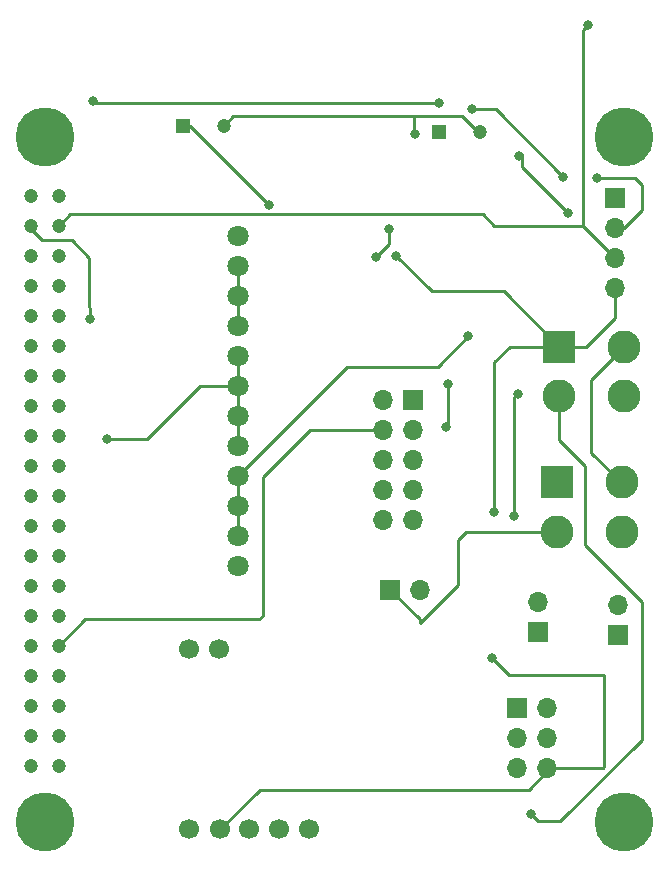
<source format=gbr>
%TF.GenerationSoftware,KiCad,Pcbnew,(5.1.10)-1*%
%TF.CreationDate,2022-03-11T11:42:31-05:00*%
%TF.ProjectId,PiShield,50695368-6965-46c6-942e-6b696361645f,rev?*%
%TF.SameCoordinates,Original*%
%TF.FileFunction,Copper,L1,Top*%
%TF.FilePolarity,Positive*%
%FSLAX46Y46*%
G04 Gerber Fmt 4.6, Leading zero omitted, Abs format (unit mm)*
G04 Created by KiCad (PCBNEW (5.1.10)-1) date 2022-03-11 11:42:31*
%MOMM*%
%LPD*%
G01*
G04 APERTURE LIST*
%TA.AperFunction,ComponentPad*%
%ADD10O,1.700000X1.700000*%
%TD*%
%TA.AperFunction,ComponentPad*%
%ADD11R,1.700000X1.700000*%
%TD*%
%TA.AperFunction,ComponentPad*%
%ADD12R,2.800000X2.800000*%
%TD*%
%TA.AperFunction,ComponentPad*%
%ADD13C,2.800000*%
%TD*%
%TA.AperFunction,ComponentPad*%
%ADD14C,1.700000*%
%TD*%
%TA.AperFunction,ComponentPad*%
%ADD15C,1.200000*%
%TD*%
%TA.AperFunction,ComponentPad*%
%ADD16C,5.000000*%
%TD*%
%TA.AperFunction,ComponentPad*%
%ADD17C,1.800000*%
%TD*%
%TA.AperFunction,ComponentPad*%
%ADD18R,1.200000X1.200000*%
%TD*%
%TA.AperFunction,ViaPad*%
%ADD19C,0.800000*%
%TD*%
%TA.AperFunction,Conductor*%
%ADD20C,0.250000*%
%TD*%
G04 APERTURE END LIST*
D10*
%TO.P,J1,4*%
%TO.N,/SCL_PI*%
X223000000Y-66120000D03*
%TO.P,J1,3*%
%TO.N,/SDA_PI*%
X223000000Y-63580000D03*
%TO.P,J1,2*%
%TO.N,/GLV_RTN*%
X223000000Y-61040000D03*
D11*
%TO.P,J1,1*%
%TO.N,/5V*%
X223000000Y-58500000D03*
%TD*%
D12*
%TO.P,J2,1*%
%TO.N,/SCL_PI*%
X218300000Y-71100000D03*
D13*
%TO.P,J2,2*%
%TO.N,/SDA_PI*%
X218300000Y-75300000D03*
%TO.P,J2,3*%
%TO.N,/GLV_RTN*%
X223800000Y-71100000D03*
%TO.P,J2,4*%
%TO.N,/24V*%
X223800000Y-75300000D03*
%TD*%
D14*
%TO.P,U10,4*%
%TO.N,/SCL_PI*%
X189601600Y-111940000D03*
%TO.P,U10,3*%
%TO.N,/GLV_RTN*%
X192040000Y-111940000D03*
%TO.P,U10,2*%
%TO.N,N/C*%
X194580000Y-111940000D03*
%TO.P,U10,1*%
%TO.N,/3V3*%
X197120000Y-111940000D03*
%TO.P,U10,5*%
%TO.N,/SDA_PI*%
X186960000Y-111940000D03*
%TO.P,U10,6*%
%TO.N,/GLV_RTN*%
X186960000Y-96700000D03*
%TO.P,U10,7*%
X189500000Y-96700000D03*
%TD*%
D11*
%TO.P,U11,1*%
%TO.N,N/C*%
X214700000Y-101700000D03*
D10*
%TO.P,U11,2*%
%TO.N,/3V3*%
X217240000Y-101700000D03*
%TO.P,U11,3*%
%TO.N,N/C*%
X214700000Y-104240000D03*
%TO.P,U11,4*%
%TO.N,/SDA_PI*%
X217240000Y-104240000D03*
%TO.P,U11,5*%
%TO.N,/GLV_RTN*%
X214700000Y-106780000D03*
%TO.P,U11,6*%
%TO.N,/SCL_PI*%
X217240000Y-106780000D03*
%TD*%
%TO.P,J7,2*%
%TO.N,Net-(J7-Pad2)*%
X206540000Y-91700000D03*
D11*
%TO.P,J7,1*%
%TO.N,/CAN_L*%
X204000000Y-91700000D03*
%TD*%
D15*
%TO.P,U1,32*%
%TO.N,N/C*%
X173573800Y-96408800D03*
%TO.P,U1,24*%
X173573800Y-86248800D03*
%TO.P,U1,19*%
X175935800Y-81168800D03*
%TO.P,U1,39*%
%TO.N,/GLV_RTN*%
X175935800Y-106568800D03*
%TO.P,U1,37*%
%TO.N,N/C*%
X175935800Y-104028800D03*
%TO.P,U1,28*%
X173573800Y-91328800D03*
%TO.P,U1,30*%
%TO.N,/GLV_RTN*%
X173573800Y-93868800D03*
%TO.P,U1,23*%
%TO.N,N/C*%
X175935800Y-86248800D03*
%TO.P,U1,22*%
X173573800Y-83708800D03*
%TO.P,U1,21*%
X175935800Y-83708800D03*
%TO.P,U1,20*%
%TO.N,/GLV_RTN*%
X173573800Y-81168800D03*
%TO.P,U1,40*%
%TO.N,N/C*%
X173573800Y-106568800D03*
%TO.P,U1,29*%
X175935800Y-93868800D03*
%TO.P,U1,35*%
X175935800Y-101488800D03*
%TO.P,U1,18*%
X173573800Y-78628800D03*
%TO.P,U1,27*%
X175935800Y-91328800D03*
%TO.P,U1,38*%
X173573800Y-104028800D03*
%TO.P,U1,34*%
%TO.N,/GLV_RTN*%
X173573800Y-98948800D03*
%TO.P,U1,33*%
%TO.N,N/C*%
X175935800Y-98948800D03*
%TO.P,U1,26*%
X173573800Y-88788800D03*
%TO.P,U1,31*%
%TO.N,/SR_CTRL*%
X175935800Y-96408800D03*
%TO.P,U1,36*%
%TO.N,N/C*%
X173573800Y-101488800D03*
%TO.P,U1,25*%
%TO.N,/GLV_RTN*%
X175935800Y-88788800D03*
%TO.P,U1,11*%
%TO.N,N/C*%
X175935800Y-71008800D03*
D16*
%TO.P,U1,44*%
X223795800Y-53320800D03*
D15*
%TO.P,U1,2*%
%TO.N,/5V*%
X173573800Y-58308800D03*
%TO.P,U1,4*%
X173573800Y-60848800D03*
%TO.P,U1,1*%
%TO.N,/3V3*%
X175935800Y-58308800D03*
%TO.P,U1,13*%
%TO.N,N/C*%
X175935800Y-73548800D03*
%TO.P,U1,9*%
%TO.N,/GLV_RTN*%
X175935800Y-68468800D03*
%TO.P,U1,14*%
X173573800Y-73548800D03*
D16*
%TO.P,U1,43*%
%TO.N,N/C*%
X223795800Y-111320800D03*
D15*
%TO.P,U1,17*%
X175935800Y-78628800D03*
D16*
%TO.P,U1,41*%
X174795800Y-111320800D03*
D15*
%TO.P,U1,6*%
%TO.N,/GLV_RTN*%
X173573800Y-63388800D03*
%TO.P,U1,7*%
%TO.N,N/C*%
X175935800Y-65928800D03*
%TO.P,U1,10*%
X173573800Y-68468800D03*
%TO.P,U1,8*%
X173573800Y-65928800D03*
D16*
%TO.P,U1,42*%
X174795800Y-53320800D03*
D15*
%TO.P,U1,12*%
X173573800Y-71008800D03*
%TO.P,U1,3*%
%TO.N,/SDA_PI*%
X175935800Y-60848800D03*
%TO.P,U1,5*%
%TO.N,/SCL_PI*%
X175935800Y-63388800D03*
%TO.P,U1,15*%
%TO.N,N/C*%
X175935800Y-76088800D03*
%TO.P,U1,16*%
X173573800Y-76088800D03*
%TD*%
D17*
%TO.P,PS1,12*%
%TO.N,N/C*%
X191100000Y-89640000D03*
%TO.P,PS1,11*%
%TO.N,/5V*%
X191100000Y-87100000D03*
%TO.P,PS1,10*%
X191100000Y-84560000D03*
%TO.P,PS1,9*%
X191100000Y-82020000D03*
%TO.P,PS1,8*%
%TO.N,Net-(C1-Pad1)*%
X191100000Y-79480000D03*
%TO.P,PS1,7*%
X191100000Y-76940000D03*
%TO.P,PS1,6*%
X191100000Y-74400000D03*
%TO.P,PS1,5*%
X191100000Y-71860000D03*
%TO.P,PS1,4*%
%TO.N,Net-(C3-Pad1)*%
X191100000Y-69320000D03*
%TO.P,PS1,3*%
X191100000Y-66780000D03*
%TO.P,PS1,2*%
X191100000Y-64240000D03*
%TO.P,PS1,1*%
%TO.N,N/C*%
X191100000Y-61700000D03*
%TD*%
D10*
%TO.P,J6,2*%
%TO.N,N/C*%
X223300000Y-92960000D03*
D11*
%TO.P,J6,1*%
X223300000Y-95500000D03*
%TD*%
D10*
%TO.P,J5,10*%
%TO.N,N/C*%
X203360000Y-85760000D03*
%TO.P,J5,9*%
X205900000Y-85760000D03*
%TO.P,J5,8*%
X203360000Y-83220000D03*
%TO.P,J5,7*%
X205900000Y-83220000D03*
%TO.P,J5,6*%
X203360000Y-80680000D03*
%TO.P,J5,5*%
X205900000Y-80680000D03*
%TO.P,J5,4*%
%TO.N,/SR_CTRL*%
X203360000Y-78140000D03*
%TO.P,J5,3*%
%TO.N,/GLV_RTN*%
X205900000Y-78140000D03*
%TO.P,J5,2*%
%TO.N,/CAN_L*%
X203360000Y-75600000D03*
D11*
%TO.P,J5,1*%
%TO.N,/CAN_H*%
X205900000Y-75600000D03*
%TD*%
D13*
%TO.P,J4,4*%
%TO.N,N/C*%
X223600000Y-86800000D03*
%TO.P,J4,3*%
%TO.N,/GLV_RTN*%
X223600000Y-82600000D03*
%TO.P,J4,2*%
%TO.N,/CAN_L*%
X218100000Y-86800000D03*
D12*
%TO.P,J4,1*%
%TO.N,/CAN_H*%
X218100000Y-82600000D03*
%TD*%
D10*
%TO.P,J3,2*%
%TO.N,N/C*%
X216500000Y-92760000D03*
D11*
%TO.P,J3,1*%
X216500000Y-95300000D03*
%TD*%
D15*
%TO.P,C3,2*%
%TO.N,Net-(C1-Pad1)*%
X189900000Y-52400000D03*
D18*
%TO.P,C3,1*%
%TO.N,Net-(C3-Pad1)*%
X186400000Y-52400000D03*
%TD*%
D15*
%TO.P,C2,2*%
%TO.N,Net-(C1-Pad1)*%
X211600000Y-52900000D03*
D18*
%TO.P,C2,1*%
%TO.N,/24V*%
X208100000Y-52900000D03*
%TD*%
D19*
%TO.N,/24V*%
X208100000Y-50500000D03*
X178800000Y-50300000D03*
%TO.N,/GLV_RTN*%
X208700000Y-77900000D03*
X208900000Y-74300000D03*
X210900000Y-51000000D03*
X218600000Y-56700000D03*
X221500000Y-56800000D03*
%TO.N,/5V*%
X210600000Y-70200000D03*
X178600000Y-68800000D03*
%TO.N,Net-(C1-Pad1)*%
X206100000Y-53100000D03*
X203900000Y-61100000D03*
X202800000Y-63500000D03*
X180000000Y-78900000D03*
%TO.N,Net-(C3-Pad1)*%
X193700000Y-59100000D03*
%TO.N,/SDA_PI*%
X220700000Y-43900000D03*
X215900000Y-110700000D03*
%TO.N,/SCL_PI*%
X204500000Y-63400000D03*
X212600000Y-97500000D03*
X212800000Y-85100000D03*
%TO.N,/3V3*%
X214500000Y-85400000D03*
X214800000Y-75100000D03*
X219000000Y-59800000D03*
X214900000Y-55000000D03*
%TD*%
D20*
%TO.N,/24V*%
X179000000Y-50500000D02*
X208100000Y-50500000D01*
X178800000Y-50300000D02*
X179000000Y-50500000D01*
%TO.N,/SR_CTRL*%
X203360000Y-78140000D02*
X197160000Y-78140000D01*
X178144600Y-94200000D02*
X175935800Y-96408800D01*
X192900000Y-94200000D02*
X178144600Y-94200000D01*
X193200000Y-93900000D02*
X192900000Y-94200000D01*
X193200000Y-82100000D02*
X193200000Y-93900000D01*
X197160000Y-78140000D02*
X193200000Y-82100000D01*
%TO.N,/GLV_RTN*%
X208900000Y-74300000D02*
X208900000Y-76800000D01*
X208900000Y-77700000D02*
X208700000Y-77900000D01*
X208900000Y-76800000D02*
X208900000Y-77700000D01*
X223600000Y-82600000D02*
X223500000Y-82600000D01*
X221000000Y-73900000D02*
X223800000Y-71100000D01*
X221000000Y-80100000D02*
X221000000Y-73900000D01*
X223500000Y-82600000D02*
X221000000Y-80100000D01*
X223000000Y-61040000D02*
X223760000Y-61040000D01*
X212900000Y-51000000D02*
X210900000Y-51000000D01*
X218600000Y-56700000D02*
X212900000Y-51000000D01*
X224700000Y-56800000D02*
X221500000Y-56800000D01*
X225300000Y-57400000D02*
X224700000Y-56800000D01*
X225300000Y-59500000D02*
X225300000Y-57400000D01*
X223760000Y-61040000D02*
X225300000Y-59500000D01*
%TO.N,/5V*%
X200320000Y-72800000D02*
X191100000Y-82020000D01*
X208000000Y-72800000D02*
X200320000Y-72800000D01*
X210600000Y-70200000D02*
X208000000Y-72800000D01*
X178500000Y-66700000D02*
X178600000Y-68800000D01*
X178500000Y-63600000D02*
X178500000Y-66700000D01*
X177000000Y-62100000D02*
X178500000Y-63600000D01*
X174500000Y-62100000D02*
X177000000Y-62100000D01*
X173573800Y-61173800D02*
X174500000Y-62100000D01*
X173573800Y-60848800D02*
X173573800Y-61173800D01*
X191100000Y-82020000D02*
X191100000Y-84560000D01*
X191100000Y-84560000D02*
X191100000Y-87100000D01*
%TO.N,Net-(C1-Pad1)*%
X211600000Y-52900000D02*
X211400000Y-52900000D01*
X190700000Y-51600000D02*
X189900000Y-52400000D01*
X210100000Y-51600000D02*
X206000000Y-51600000D01*
X206000000Y-51600000D02*
X190700000Y-51600000D01*
X211400000Y-52900000D02*
X210100000Y-51600000D01*
X206000000Y-53000000D02*
X206000000Y-51600000D01*
X206100000Y-53100000D02*
X206000000Y-53000000D01*
X203900000Y-62400000D02*
X203900000Y-61100000D01*
X202800000Y-63500000D02*
X203900000Y-62400000D01*
X191100000Y-71860000D02*
X191100000Y-79480000D01*
X191100000Y-74400000D02*
X187900000Y-74400000D01*
X183400000Y-78900000D02*
X180000000Y-78900000D01*
X187900000Y-74400000D02*
X183400000Y-78900000D01*
%TO.N,Net-(C3-Pad1)*%
X191100000Y-64240000D02*
X191100000Y-69320000D01*
X187000000Y-52400000D02*
X186400000Y-52400000D01*
X193700000Y-59100000D02*
X187000000Y-52400000D01*
%TO.N,/SDA_PI*%
X220300000Y-60880000D02*
X223000000Y-63580000D01*
X220300000Y-44300000D02*
X220300000Y-60880000D01*
X220700000Y-43900000D02*
X220300000Y-44300000D01*
X220300000Y-60880000D02*
X212780000Y-60880000D01*
X176884600Y-59900000D02*
X175935800Y-60848800D01*
X211800000Y-59900000D02*
X176884600Y-59900000D01*
X212780000Y-60880000D02*
X211800000Y-59900000D01*
X218300000Y-79000000D02*
X218300000Y-75300000D01*
X220500000Y-81200000D02*
X218300000Y-79000000D01*
X220500000Y-87900000D02*
X220500000Y-81200000D01*
X225300000Y-92700000D02*
X220500000Y-87900000D01*
X225300000Y-104400000D02*
X225300000Y-92700000D01*
X218400000Y-111300000D02*
X225300000Y-104400000D01*
X216500000Y-111300000D02*
X218400000Y-111300000D01*
X215900000Y-110700000D02*
X216500000Y-111300000D01*
%TO.N,/SCL_PI*%
X223000000Y-66120000D02*
X223000000Y-68700000D01*
X220600000Y-71100000D02*
X218300000Y-71100000D01*
X223000000Y-68700000D02*
X220600000Y-71100000D01*
X213600000Y-66400000D02*
X218300000Y-71100000D01*
X207500000Y-66400000D02*
X213600000Y-66400000D01*
X204500000Y-63400000D02*
X207500000Y-66400000D01*
X218300000Y-71100000D02*
X214100000Y-71100000D01*
X222020000Y-106780000D02*
X217240000Y-106780000D01*
X222100000Y-106700000D02*
X222020000Y-106780000D01*
X222100000Y-98900000D02*
X222100000Y-106700000D01*
X217300000Y-98900000D02*
X222100000Y-98900000D01*
X214000000Y-98900000D02*
X217300000Y-98900000D01*
X212600000Y-97500000D02*
X214000000Y-98900000D01*
X212800000Y-72400000D02*
X212800000Y-85100000D01*
X214100000Y-71100000D02*
X212800000Y-72400000D01*
X217240000Y-106780000D02*
X217240000Y-107060000D01*
X192941600Y-108600000D02*
X189601600Y-111940000D01*
X215700000Y-108600000D02*
X192941600Y-108600000D01*
X217240000Y-107060000D02*
X215700000Y-108600000D01*
%TO.N,/CAN_L*%
X218100000Y-86800000D02*
X210400000Y-86800000D01*
X206500000Y-94200000D02*
X204000000Y-91700000D01*
X206500000Y-94500000D02*
X206500000Y-94200000D01*
X209700000Y-91300000D02*
X206500000Y-94500000D01*
X209700000Y-87500000D02*
X209700000Y-91300000D01*
X210400000Y-86800000D02*
X209700000Y-87500000D01*
%TO.N,/3V3*%
X214500000Y-75400000D02*
X214500000Y-85400000D01*
X214800000Y-75100000D02*
X214500000Y-75400000D01*
X215100000Y-55900000D02*
X219000000Y-59800000D01*
X215100000Y-54800000D02*
X215100000Y-55900000D01*
X214900000Y-55000000D02*
X215100000Y-54800000D01*
%TD*%
M02*

</source>
